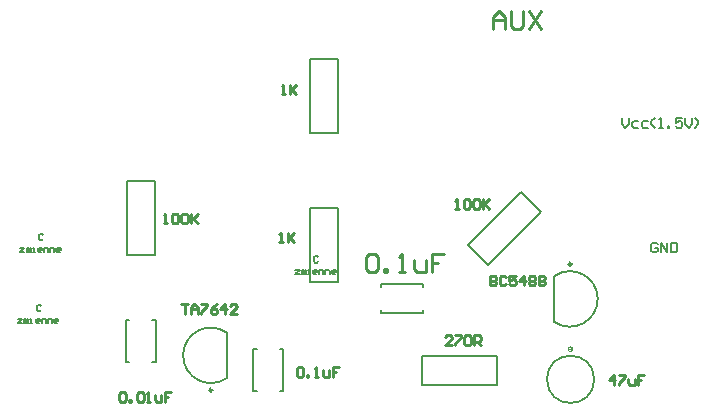
<source format=gbr>
%TF.GenerationSoftware,Altium Limited,Altium Designer,23.0.1 (38)*%
G04 Layer_Color=65535*
%FSLAX45Y45*%
%MOMM*%
%TF.SameCoordinates,23585DA5-ACB2-476B-884B-69EE35DA9315*%
%TF.FilePolarity,Positive*%
%TF.FileFunction,Legend,Top*%
%TF.Part,Single*%
G01*
G75*
%TA.AperFunction,NonConductor*%
%ADD13C,0.25400*%
%ADD29C,0.20000*%
%ADD30C,0.25000*%
%ADD31C,0.10000*%
%ADD32C,0.15400*%
D13*
X5359689Y5065307D02*
X5414605D01*
X5387147D01*
Y4982933D01*
X5442063D02*
Y5037849D01*
X5469520Y5065307D01*
X5496978Y5037849D01*
Y4982933D01*
Y5024120D01*
X5442063D01*
X5524436Y5065307D02*
X5579351D01*
Y5051578D01*
X5524436Y4996662D01*
Y4982933D01*
X5661725Y5065307D02*
X5634267Y5051578D01*
X5606809Y5024120D01*
Y4996662D01*
X5620538Y4982933D01*
X5647996D01*
X5661725Y4996662D01*
Y5010391D01*
X5647996Y5024120D01*
X5606809D01*
X5730369Y4982933D02*
Y5065307D01*
X5689182Y5024120D01*
X5744098D01*
X5826471Y4982933D02*
X5771555D01*
X5826471Y5037849D01*
Y5051578D01*
X5812742Y5065307D01*
X5785284D01*
X5771555Y5051578D01*
X7970809Y5304067D02*
Y5221693D01*
X8011996D01*
X8025725Y5235422D01*
Y5249151D01*
X8011996Y5262880D01*
X7970809D01*
X8011996D01*
X8025725Y5276609D01*
Y5290338D01*
X8011996Y5304067D01*
X7970809D01*
X8108098Y5290338D02*
X8094369Y5304067D01*
X8066911D01*
X8053183Y5290338D01*
Y5235422D01*
X8066911Y5221693D01*
X8094369D01*
X8108098Y5235422D01*
X8190471Y5304067D02*
X8135556D01*
Y5262880D01*
X8163013Y5276609D01*
X8176742D01*
X8190471Y5262880D01*
Y5235422D01*
X8176742Y5221693D01*
X8149285D01*
X8135556Y5235422D01*
X8259116Y5221693D02*
Y5304067D01*
X8217929Y5262880D01*
X8272845D01*
X8300302Y5290338D02*
X8314031Y5304067D01*
X8341489D01*
X8355218Y5290338D01*
Y5276609D01*
X8341489Y5262880D01*
X8355218Y5249151D01*
Y5235422D01*
X8341489Y5221693D01*
X8314031D01*
X8300302Y5235422D01*
Y5249151D01*
X8314031Y5262880D01*
X8300302Y5276609D01*
Y5290338D01*
X8314031Y5262880D02*
X8341489D01*
X8382675Y5304067D02*
Y5221693D01*
X8423862D01*
X8437591Y5235422D01*
Y5249151D01*
X8423862Y5262880D01*
X8382675D01*
X8423862D01*
X8437591Y5276609D01*
Y5290338D01*
X8423862Y5304067D01*
X8382675D01*
X7998460Y7393940D02*
Y7495507D01*
X8049243Y7546291D01*
X8100027Y7495507D01*
Y7393940D01*
Y7470115D01*
X7998460D01*
X8150811Y7546291D02*
Y7419332D01*
X8176203Y7393940D01*
X8226986D01*
X8252378Y7419332D01*
Y7546291D01*
X8303161D02*
X8404729Y7393940D01*
Y7546291D02*
X8303161Y7393940D01*
X6209480Y6839673D02*
X6236938D01*
X6223209D01*
Y6922047D01*
X6209480Y6908318D01*
X6278124Y6922047D02*
Y6839673D01*
Y6867131D01*
X6333040Y6922047D01*
X6291853Y6880860D01*
X6333040Y6839673D01*
X7679047Y5871933D02*
X7706505D01*
X7692776D01*
Y5954307D01*
X7679047Y5940578D01*
X7747691D02*
X7761420Y5954307D01*
X7788878D01*
X7802607Y5940578D01*
Y5885662D01*
X7788878Y5871933D01*
X7761420D01*
X7747691Y5885662D01*
Y5940578D01*
X7830064D02*
X7843793Y5954307D01*
X7871251D01*
X7884980Y5940578D01*
Y5885662D01*
X7871251Y5871933D01*
X7843793D01*
X7830064Y5885662D01*
Y5940578D01*
X7912438Y5954307D02*
Y5871933D01*
Y5899391D01*
X7967353Y5954307D01*
X7926167Y5913120D01*
X7967353Y5871933D01*
X7645818Y4716233D02*
X7590903D01*
X7645818Y4771149D01*
Y4784878D01*
X7632089Y4798607D01*
X7604631D01*
X7590903Y4784878D01*
X7673276Y4798607D02*
X7728191D01*
Y4784878D01*
X7673276Y4729962D01*
Y4716233D01*
X7755649Y4784878D02*
X7769378Y4798607D01*
X7796836D01*
X7810565Y4784878D01*
Y4729962D01*
X7796836Y4716233D01*
X7769378D01*
X7755649Y4729962D01*
Y4784878D01*
X7838022Y4716233D02*
Y4798607D01*
X7879209D01*
X7892938Y4784878D01*
Y4757420D01*
X7879209Y4743691D01*
X7838022D01*
X7865480D02*
X7892938Y4716233D01*
X9018929Y4378413D02*
Y4460787D01*
X8977743Y4419600D01*
X9032658D01*
X9060116Y4460787D02*
X9115031D01*
Y4447058D01*
X9060116Y4392142D01*
Y4378413D01*
X9142489Y4433329D02*
Y4392142D01*
X9156218Y4378413D01*
X9197405D01*
Y4433329D01*
X9279778Y4460787D02*
X9224862D01*
Y4419600D01*
X9252320D01*
X9224862D01*
Y4378413D01*
X6189160Y5587453D02*
X6216618D01*
X6202889D01*
Y5669827D01*
X6189160Y5656098D01*
X6257804Y5669827D02*
Y5587453D01*
Y5614911D01*
X6312720Y5669827D01*
X6271533Y5628640D01*
X6312720Y5587453D01*
X5207627Y5747473D02*
X5235085D01*
X5221356D01*
Y5829847D01*
X5207627Y5816118D01*
X5276271D02*
X5290000Y5829847D01*
X5317458D01*
X5331187Y5816118D01*
Y5761202D01*
X5317458Y5747473D01*
X5290000D01*
X5276271Y5761202D01*
Y5816118D01*
X5358644D02*
X5372373Y5829847D01*
X5399831D01*
X5413560Y5816118D01*
Y5761202D01*
X5399831Y5747473D01*
X5372373D01*
X5358644Y5761202D01*
Y5816118D01*
X5441018Y5829847D02*
Y5747473D01*
Y5774931D01*
X5495933Y5829847D01*
X5454747Y5788660D01*
X5495933Y5747473D01*
X6336625Y4518178D02*
X6350354Y4531907D01*
X6377811D01*
X6391540Y4518178D01*
Y4463262D01*
X6377811Y4449533D01*
X6350354D01*
X6336625Y4463262D01*
Y4518178D01*
X6418998Y4449533D02*
Y4463262D01*
X6432727D01*
Y4449533D01*
X6418998D01*
X6487642D02*
X6515100D01*
X6501371D01*
Y4531907D01*
X6487642Y4518178D01*
X6556287Y4504449D02*
Y4463262D01*
X6570016Y4449533D01*
X6611202D01*
Y4504449D01*
X6693575Y4531907D02*
X6638660D01*
Y4490720D01*
X6666117D01*
X6638660D01*
Y4449533D01*
X4832398Y4304818D02*
X4846127Y4318547D01*
X4873585D01*
X4887314Y4304818D01*
Y4249902D01*
X4873585Y4236173D01*
X4846127D01*
X4832398Y4249902D01*
Y4304818D01*
X4914771Y4236173D02*
Y4249902D01*
X4928500D01*
Y4236173D01*
X4914771D01*
X4983416Y4304818D02*
X4997145Y4318547D01*
X5024602D01*
X5038331Y4304818D01*
Y4249902D01*
X5024602Y4236173D01*
X4997145D01*
X4983416Y4249902D01*
Y4304818D01*
X5065789Y4236173D02*
X5093247D01*
X5079518D01*
Y4318547D01*
X5065789Y4304818D01*
X5134433Y4291089D02*
Y4249902D01*
X5148162Y4236173D01*
X5189349D01*
Y4291089D01*
X5271722Y4318547D02*
X5216806D01*
Y4277360D01*
X5244264D01*
X5216806D01*
Y4236173D01*
X6924040Y5460959D02*
X6949432Y5486351D01*
X7000215D01*
X7025607Y5460959D01*
Y5359392D01*
X7000215Y5334000D01*
X6949432D01*
X6924040Y5359392D01*
Y5460959D01*
X7076391Y5334000D02*
Y5359392D01*
X7101783D01*
Y5334000D01*
X7076391D01*
X7203350D02*
X7254133D01*
X7228741D01*
Y5486351D01*
X7203350Y5460959D01*
X7330308Y5435567D02*
Y5359392D01*
X7355700Y5334000D01*
X7431876D01*
Y5435567D01*
X7584226Y5486351D02*
X7482659D01*
Y5410175D01*
X7533443D01*
X7482659D01*
Y5334000D01*
D29*
X5741835Y4823807D02*
G03*
X5741867Y4437054I-133515J-193387D01*
G01*
X8515185Y4914553D02*
G03*
X8515153Y5301306I133515J193387D01*
G01*
X8853780Y4427220D02*
G03*
X8853780Y4427220I-200000J0D01*
G01*
X5741820Y4437054D02*
Y4823786D01*
X8515200Y4914574D02*
Y5301306D01*
X6445900Y7142940D02*
X6685900D01*
Y6512940D02*
Y7142940D01*
X6445900Y6512940D02*
Y7142940D01*
Y6512940D02*
X6685900D01*
X8230326Y6012431D02*
X8400031Y5842726D01*
X7954554Y5397249D02*
X8400031Y5842726D01*
X7784849Y5566954D02*
X8230326Y6012431D01*
X7784849Y5566954D02*
X7954554Y5397249D01*
X8028560Y4380880D02*
Y4620880D01*
X7398560Y4380880D02*
X8028560D01*
X7398560Y4620880D02*
X8028560D01*
X7398560Y4380880D02*
Y4620880D01*
X6445900Y5880560D02*
X6685900D01*
Y5250560D02*
Y5880560D01*
X6445900Y5250560D02*
Y5880560D01*
Y5250560D02*
X6685900D01*
X4896500Y6106620D02*
X5136500D01*
Y5476620D02*
Y6106620D01*
X4896500Y5476620D02*
Y6106620D01*
Y5476620D02*
X5136500D01*
X6190960Y4685960D02*
X6218460D01*
X5968460D02*
X5995960D01*
X5968460Y4325960D02*
Y4685960D01*
X6190960Y4325960D02*
X6218460D01*
X5968460D02*
X5995960D01*
X6218460D02*
Y4685960D01*
X5114000Y4932340D02*
X5141500D01*
X4891500D02*
X4919000D01*
X4891500Y4572340D02*
Y4932340D01*
X5114000Y4572340D02*
X5141500D01*
X4891500D02*
X4919000D01*
X5141500D02*
Y4932340D01*
X7047380Y5210520D02*
Y5238020D01*
Y4988020D02*
Y5015520D01*
Y4988020D02*
X7407380D01*
Y5210520D02*
Y5238020D01*
Y4988020D02*
Y5015520D01*
X7047380Y5238020D02*
X7407380D01*
D30*
X5620820Y4335420D02*
G03*
X5620820Y4335420I-12500J0D01*
G01*
X8661200Y5402940D02*
G03*
X8661200Y5402940I-12500J0D01*
G01*
D31*
X8673780Y4683240D02*
G03*
X8673780Y4683240I-20000J0D01*
G01*
X8641280D02*
X8666280D01*
X8653780Y4670740D02*
Y4695740D01*
D32*
X4167331Y5045832D02*
X4158600Y5054562D01*
X4141139D01*
X4132409Y5045832D01*
Y5010910D01*
X4141139Y5002179D01*
X4158600D01*
X4167331Y5010910D01*
X3975260Y4937282D02*
X4010182D01*
X3975260Y4902360D01*
X4010182D01*
X4027643D02*
Y4937282D01*
X4036373D01*
X4045104Y4928551D01*
Y4902360D01*
Y4928551D01*
X4053834Y4937282D01*
X4062565Y4928551D01*
Y4902360D01*
X4080026D02*
X4097487D01*
X4088756D01*
Y4937282D01*
X4080026D01*
X4149870Y4902360D02*
X4132409D01*
X4123678Y4911091D01*
Y4928551D01*
X4132409Y4937282D01*
X4149870D01*
X4158600Y4928551D01*
Y4919821D01*
X4123678D01*
X4176061Y4902360D02*
Y4937282D01*
X4202253D01*
X4210983Y4928551D01*
Y4902360D01*
X4228444D02*
Y4937282D01*
X4254636D01*
X4263366Y4928551D01*
Y4902360D01*
X4307019D02*
X4289558D01*
X4280827Y4911091D01*
Y4928551D01*
X4289558Y4937282D01*
X4307019D01*
X4315749Y4928551D01*
Y4919821D01*
X4280827D01*
X9392116Y5570444D02*
X9378387Y5584173D01*
X9350929D01*
X9337200Y5570444D01*
Y5515529D01*
X9350929Y5501800D01*
X9378387D01*
X9392116Y5515529D01*
Y5542987D01*
X9364658D01*
X9419573Y5501800D02*
Y5584173D01*
X9474489Y5501800D01*
Y5584173D01*
X9501946D02*
Y5501800D01*
X9543133D01*
X9556862Y5515529D01*
Y5570444D01*
X9543133Y5584173D01*
X9501946D01*
X4187651Y5647812D02*
X4178920Y5656542D01*
X4161459D01*
X4152729Y5647812D01*
Y5612890D01*
X4161459Y5604159D01*
X4178920D01*
X4187651Y5612890D01*
X3995580Y5539262D02*
X4030502D01*
X3995580Y5504340D01*
X4030502D01*
X4047963D02*
Y5539262D01*
X4056693D01*
X4065424Y5530531D01*
Y5504340D01*
Y5530531D01*
X4074154Y5539262D01*
X4082885Y5530531D01*
Y5504340D01*
X4100346D02*
X4117807D01*
X4109076D01*
Y5539262D01*
X4100346D01*
X4170190Y5504340D02*
X4152729D01*
X4143998Y5513071D01*
Y5530531D01*
X4152729Y5539262D01*
X4170190D01*
X4178920Y5530531D01*
Y5521801D01*
X4143998D01*
X4196381Y5504340D02*
Y5539262D01*
X4222573D01*
X4231303Y5530531D01*
Y5504340D01*
X4248764D02*
Y5539262D01*
X4274956D01*
X4283686Y5530531D01*
Y5504340D01*
X4327339D02*
X4309878D01*
X4301147Y5513071D01*
Y5530531D01*
X4309878Y5539262D01*
X4327339D01*
X4336069Y5530531D01*
Y5521801D01*
X4301147D01*
X9090820Y6640813D02*
Y6585898D01*
X9118278Y6558440D01*
X9145736Y6585898D01*
Y6640813D01*
X9228109Y6613356D02*
X9186922D01*
X9173193Y6599627D01*
Y6572169D01*
X9186922Y6558440D01*
X9228109D01*
X9310482Y6613356D02*
X9269295D01*
X9255566Y6599627D01*
Y6572169D01*
X9269295Y6558440D01*
X9310482D01*
X9365397D02*
X9337940Y6585898D01*
Y6613356D01*
X9365397Y6640813D01*
X9406584Y6558440D02*
X9434042D01*
X9420313D01*
Y6640813D01*
X9406584Y6627084D01*
X9475228Y6558440D02*
Y6572169D01*
X9488957D01*
Y6558440D01*
X9475228D01*
X9598788Y6640813D02*
X9543872D01*
Y6599627D01*
X9571330Y6613356D01*
X9585059D01*
X9598788Y6599627D01*
Y6572169D01*
X9585059Y6558440D01*
X9557601D01*
X9543872Y6572169D01*
X9626246Y6640813D02*
Y6585898D01*
X9653703Y6558440D01*
X9681161Y6585898D01*
Y6640813D01*
X9708619Y6558440D02*
X9736077Y6585898D01*
Y6613356D01*
X9708619Y6640813D01*
X6516831Y5459852D02*
X6508100Y5468582D01*
X6490639D01*
X6481909Y5459852D01*
Y5424930D01*
X6490639Y5416199D01*
X6508100D01*
X6516831Y5424930D01*
X6324760Y5351302D02*
X6359682D01*
X6324760Y5316380D01*
X6359682D01*
X6377143D02*
Y5351302D01*
X6385873D01*
X6394604Y5342571D01*
Y5316380D01*
Y5342571D01*
X6403334Y5351302D01*
X6412065Y5342571D01*
Y5316380D01*
X6429526D02*
X6446987D01*
X6438256D01*
Y5351302D01*
X6429526D01*
X6499370Y5316380D02*
X6481909D01*
X6473178Y5325111D01*
Y5342571D01*
X6481909Y5351302D01*
X6499370D01*
X6508100Y5342571D01*
Y5333841D01*
X6473178D01*
X6525561Y5316380D02*
Y5351302D01*
X6551753D01*
X6560483Y5342571D01*
Y5316380D01*
X6577944D02*
Y5351302D01*
X6604136D01*
X6612866Y5342571D01*
Y5316380D01*
X6656519D02*
X6639058D01*
X6630327Y5325111D01*
Y5342571D01*
X6639058Y5351302D01*
X6656519D01*
X6665249Y5342571D01*
Y5333841D01*
X6630327D01*
%TF.MD5,01075e8ae6dac44ccc1ba6c52bd57766*%
M02*

</source>
